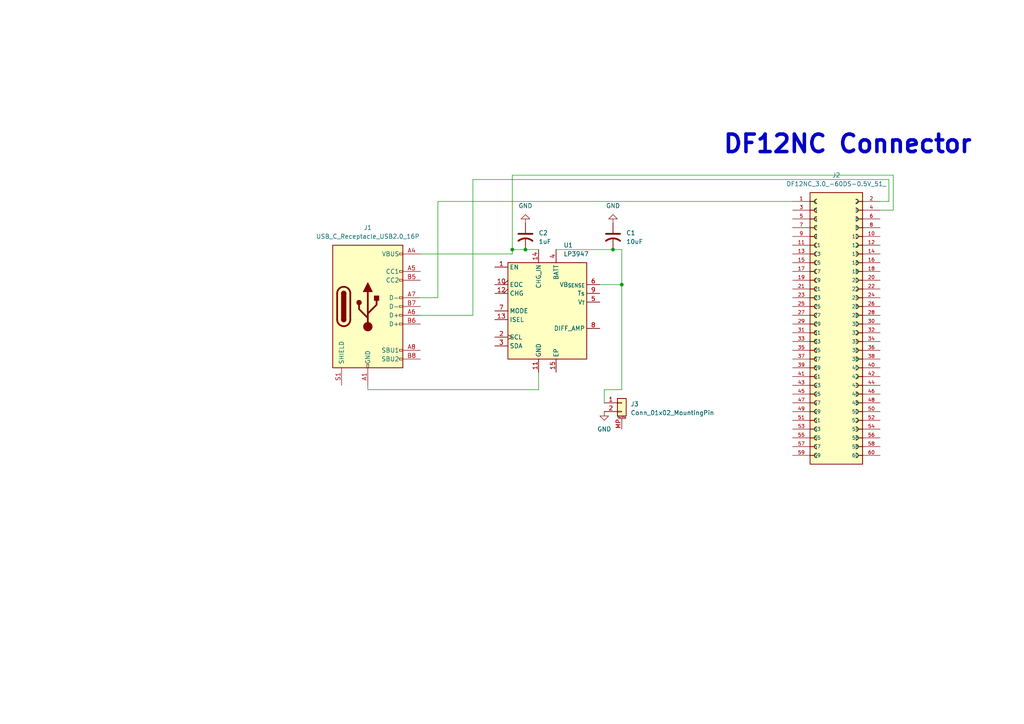
<source format=kicad_sch>
(kicad_sch (version 20250114) (generator "eeschema") (generator_version "9.0")
  (paper "A4")
  (lib_symbols
    (symbol "Battery_Management:LP3947"
      (property "Reference" "U" (at -12.7 17.78 0))
      (property "Value" "LP3947" (at -12.7 15.24 0))
      (symbol "LP3947_0_1"
        (rectangle (start -11.43 13.97) (end 11.43 -13.97) (stroke (width 0.254)) (fill (type background)))
      )
      (symbol "LP3947_1_1"
        (pin input line (at -15.24 12.7 0) (length 3.81) (name "EN") (number "1"))
        (pin open_collector output_low (at -15.24 7.62 0) (length 3.81) (name "EOC") (number "10"))
        (pin open_collector output_low (at -15.24 5.08 0) (length 3.81) (name "CHG") (number "12"))
        (pin input line (at -15.24 0 0) (length 3.81) (name "MODE") (number "7"))
        (pin input line (at -15.24 -2.54 0) (length 3.81) (name "ISEL") (number "13"))
        (pin input clock (at -15.24 -7.62 0) (length 3.81) (name "SCL") (number "2"))
        (pin bidirectional line (at -15.24 -10.16 0) (length 3.81) (name "SDA") (number "3"))
        (pin power_in line (at -2.54 17.78 270) (length 3.81) (name "CHG_IN") (number "14"))
        (pin power_in line (at -2.54 -17.78 90) (length 3.81) (name "GND") (number "11"))
        (pin power_out line (at 2.54 17.78 270) (length 3.81) (name "BATT") (number "4"))
        (pin power_in line (at 2.54 -17.78 90) (length 3.81) (name "EP") (number "15"))
        (pin input line (at 15.24 7.62 180) (length 3.81) (name "VB_{SENSE}") (number "6"))
        (pin input line (at 15.24 5.08 180) (length 3.81) (name "Ts") (number "9"))
        (pin power_out line (at 15.24 2.54 180) (length 3.81) (name "V_{T}") (number "5"))
        (pin output line (at 15.24 -5.08 180) (length 3.81) (name "DIFF_AMP") (number "8"))
      )
    )
    (symbol "Connector:USB_C_Receptacle_USB2.0_16P" (pin_names (offset 1.016))
      (property "Reference" "J" (at 0 22.225 0))
      (property "Value" "USB_C_Receptacle_USB2.0_16P" (at 0 19.685 0))
      (symbol "USB_C_Receptacle_USB2.0_16P_0_0"
        (rectangle (start -0.254 -17.78) (end 0.254 -16.764))
        (rectangle (start 10.16 15.494) (end 9.144 14.986))
        (rectangle (start 10.16 10.414) (end 9.144 9.906))
        (rectangle (start 10.16 7.874) (end 9.144 7.366))
        (rectangle (start 10.16 2.794) (end 9.144 2.286))
        (rectangle (start 10.16 0.254) (end 9.144 -0.254))
        (rectangle (start 10.16 -2.286) (end 9.144 -2.794))
        (rectangle (start 10.16 -4.826) (end 9.144 -5.334))
        (rectangle (start 10.16 -12.446) (end 9.144 -12.954))
        (rectangle (start 10.16 -14.986) (end 9.144 -15.494))
      )
      (symbol "USB_C_Receptacle_USB2.0_16P_0_1"
        (rectangle (start -10.16 17.78) (end 10.16 -17.78) (stroke (width 0.254)) (fill (type background)))
        (polyline (pts (xy -8.89 -3.81) (xy -8.89 3.81)) (stroke (width 0.508)))
        (rectangle (start -7.62 -3.81) (end -6.35 3.81) (stroke (width 0.254)) (fill (type outline)))
        (arc (start -7.62 3.81) (mid -6.985 4.4423) (end -6.35 3.81) (stroke (width 0.254)))
        (arc (start -7.62 3.81) (mid -6.985 4.4423) (end -6.35 3.81) (stroke (width 0.254)) (fill (type outline)))
        (arc (start -8.89 3.81) (mid -6.985 5.7067) (end -5.08 3.81) (stroke (width 0.508)))
        (arc (start -5.08 -3.81) (mid -6.985 -5.7067) (end -8.89 -3.81) (stroke (width 0.508)))
        (arc (start -6.35 -3.81) (mid -6.985 -4.4423) (end -7.62 -3.81) (stroke (width 0.254)))
        (arc (start -6.35 -3.81) (mid -6.985 -4.4423) (end -7.62 -3.81) (stroke (width 0.254)) (fill (type outline)))
        (polyline (pts (xy -5.08 3.81) (xy -5.08 -3.81)) (stroke (width 0.508)))
        (circle (center -2.54 1.143) (radius 0.635) (stroke (width 0.254)) (fill (type outline)))
        (polyline (pts (xy -1.27 4.318) (xy 0 6.858) (xy 1.27 4.318) (xy -1.27 4.318)) (stroke (width 0.254)) (fill (type outline)))
        (polyline (pts (xy 0 -2.032) (xy 2.54 0.508) (xy 2.54 1.778)) (stroke (width 0.508)))
        (polyline (pts (xy 0 -3.302) (xy -2.54 -0.762) (xy -2.54 0.508)) (stroke (width 0.508)))
        (polyline (pts (xy 0 -5.842) (xy 0 4.318)) (stroke (width 0.508)))
        (circle (center 0 -5.842) (radius 1.27) (fill (type outline)))
        (rectangle (start 1.905 1.778) (end 3.175 3.048) (stroke (width 0.254)) (fill (type outline)))
      )
      (symbol "USB_C_Receptacle_USB2.0_16P_1_1"
        (pin passive line (at -7.62 -22.86 90) (length 5.08) (name "SHIELD") (number "S1"))
        (pin passive line (at 0 -22.86 90) (length 5.08) (name "GND") (number "A1"))
        (pin passive line (at 0 -22.86 90) (length 5.08) (hide yes) (name "GND") (number "A12"))
        (pin passive line (at 0 -22.86 90) (length 5.08) (hide yes) (name "GND") (number "B1"))
        (pin passive line (at 0 -22.86 90) (length 5.08) (hide yes) (name "GND") (number "B12"))
        (pin passive line (at 15.24 15.24 180) (length 5.08) (name "VBUS") (number "A4"))
        (pin passive line (at 15.24 15.24 180) (length 5.08) (hide yes) (name "VBUS") (number "A9"))
        (pin passive line (at 15.24 15.24 180) (length 5.08) (hide yes) (name "VBUS") (number "B4"))
        (pin passive line (at 15.24 15.24 180) (length 5.08) (hide yes) (name "VBUS") (number "B9"))
        (pin bidirectional line (at 15.24 10.16 180) (length 5.08) (name "CC1") (number "A5"))
        (pin bidirectional line (at 15.24 7.62 180) (length 5.08) (name "CC2") (number "B5"))
        (pin bidirectional line (at 15.24 2.54 180) (length 5.08) (name "D-") (number "A7"))
        (pin bidirectional line (at 15.24 0 180) (length 5.08) (name "D-") (number "B7"))
        (pin bidirectional line (at 15.24 -2.54 180) (length 5.08) (name "D+") (number "A6"))
        (pin bidirectional line (at 15.24 -5.08 180) (length 5.08) (name "D+") (number "B6"))
        (pin bidirectional line (at 15.24 -12.7 180) (length 5.08) (name "SBU1") (number "A8"))
        (pin bidirectional line (at 15.24 -15.24 180) (length 5.08) (name "SBU2") (number "B8"))
      )
    )
    (symbol "Connector_Generic_MountingPin:Conn_01x02_MountingPin" (pin_names (offset 1.016) (hide yes))
      (property "Reference" "J" (at 0 2.54 0))
      (property "Value" "Conn_01x02_MountingPin" (at 1.27 -5.08 0))
      (symbol "Conn_01x02_MountingPin_1_1"
        (rectangle (start -1.27 1.27) (end 1.27 -3.81) (stroke (width 0.254)) (fill (type background)))
        (rectangle (start -1.27 0.127) (end 0 -0.127) (stroke (width 0.1524)))
        (rectangle (start -1.27 -2.413) (end 0 -2.667) (stroke (width 0.1524)))
        (polyline (pts (xy -1.016 -4.572) (xy 1.016 -4.572)) (stroke (width 0.1524)))
        (text "Mounting" (at 0 -4.191 0) (effects (font (size 0.381 0.381))))
        (pin passive line (at -5.08 0 0) (length 3.81) (name "Pin_1") (number "1"))
        (pin passive line (at -5.08 -2.54 0) (length 3.81) (name "Pin_2") (number "2"))
        (pin passive line (at 0 -7.62 90) (length 3.048) (name "MountPin") (number "MP"))
      )
    )
    (symbol "DF12NC_3.0_-60DS-0.5V_51_:DF12NC_3.0_-60DS-0.5V_51_" (pin_names (offset 1.016))
      (property "Reference" "J" (at -8.12 40.64 0))
      (property "Value" "DF12NC_3.0_-60DS-0.5V_51_" (at -7.62 -40.64 0))
      (symbol "DF12NC_3.0_-60DS-0.5V_51__0_0"
        (polyline (pts (xy -7.62 38.1) (xy -6.35 38.1)) (stroke (width 0.254)))
        (polyline (pts (xy -7.62 35.56) (xy -6.35 35.56)) (stroke (width 0.254)))
        (polyline (pts (xy -7.62 33.02) (xy -6.35 33.02)) (stroke (width 0.254)))
        (polyline (pts (xy -7.62 30.48) (xy -6.35 30.48)) (stroke (width 0.254)))
        (polyline (pts (xy -7.62 27.94) (xy -6.35 27.94)) (stroke (width 0.254)))
        (polyline (pts (xy -7.62 25.4) (xy -6.35 25.4)) (stroke (width 0.254)))
        (polyline (pts (xy -7.62 22.86) (xy -6.35 22.86)) (stroke (width 0.254)))
        (polyline (pts (xy -7.62 20.32) (xy -6.35 20.32)) (stroke (width 0.254)))
        (polyline (pts (xy -7.62 17.78) (xy -6.35 17.78)) (stroke (width 0.254)))
        (polyline (pts (xy -7.62 15.24) (xy -6.35 15.24)) (stroke (width 0.254)))
        (polyline (pts (xy -7.62 12.7) (xy -6.35 12.7)) (stroke (width 0.254)))
        (polyline (pts (xy -7.62 10.16) (xy -6.35 10.16)) (stroke (width 0.254)))
        (polyline (pts (xy -7.62 7.62) (xy -6.35 7.62)) (stroke (width 0.254)))
        (polyline (pts (xy -7.62 5.08) (xy -6.35 5.08)) (stroke (width 0.254)))
        (polyline (pts (xy -7.62 2.54) (xy -6.35 2.54)) (stroke (width 0.254)))
        (polyline (pts (xy -7.62 0) (xy -6.35 0)) (stroke (width 0.254)))
        (polyline (pts (xy -7.62 -2.54) (xy -6.35 -2.54)) (stroke (width 0.254)))
        (polyline (pts (xy -7.62 -5.08) (xy -6.35 -5.08)) (stroke (width 0.254)))
        (polyline (pts (xy -7.62 -7.62) (xy -6.35 -7.62)) (stroke (width 0.254)))
        (polyline (pts (xy -7.62 -10.16) (xy -6.35 -10.16)) (stroke (width 0.254)))
        (polyline (pts (xy -7.62 -12.7) (xy -6.35 -12.7)) (stroke (width 0.254)))
        (polyline (pts (xy -7.62 -15.24) (xy -6.35 -15.24)) (stroke (width 0.254)))
        (polyline (pts (xy -7.62 -17.78) (xy -6.35 -17.78)) (stroke (width 0.254)))
        (polyline (pts (xy -7.62 -20.32) (xy -6.35 -20.32)) (stroke (width 0.254)))
        (polyline (pts (xy -7.62 -22.86) (xy -6.35 -22.86)) (stroke (width 0.254)))
        (polyline (pts (xy -7.62 -25.4) (xy -6.35 -25.4)) (stroke (width 0.254)))
        (polyline (pts (xy -7.62 -27.94) (xy -6.35 -27.94)) (stroke (width 0.254)))
        (polyline (pts (xy -7.62 -30.48) (xy -6.35 -30.48)) (stroke (width 0.254)))
        (polyline (pts (xy -7.62 -33.02) (xy -6.35 -33.02)) (stroke (width 0.254)))
        (polyline (pts (xy -7.62 -35.56) (xy -6.35 -35.56)) (stroke (width 0.254)))
        (rectangle (start -7.62 -38.1) (end 7.62 40.64) (stroke (width 0.254)) (fill (type background)))
        (arc (start -5.715 37.465) (mid -6.3472 38.1) (end -5.715 38.735) (stroke (width 0.254)))
        (arc (start -5.715 34.925) (mid -6.3472 35.56) (end -5.715 36.195) (stroke (width 0.254)))
        (arc (start -5.715 32.385) (mid -6.3472 33.02) (end -5.715 33.655) (stroke (width 0.254)))
        (arc (start -5.715 29.845) (mid -6.3472 30.48) (end -5.715 31.115) (stroke (width 0.254)))
        (arc (start -5.715 27.305) (mid -6.3472 27.94) (end -5.715 28.575) (stroke (width 0.254)))
        (arc (start -5.715 24.765) (mid -6.3472 25.4) (end -5.715 26.035) (stroke (width 0.254)))
        (arc (start -5.715 22.225) (mid -6.3472 22.86) (end -5.715 23.495) (stroke (width 0.254)))
        (arc (start -5.715 19.685) (mid -6.3472 20.32) (end -5.715 20.955) (stroke (width 0.254)))
        (arc (start -5.715 17.145) (mid -6.3472 17.78) (end -5.715 18.415) (stroke (width 0.254)))
        (arc (start -5.715 14.605) (mid -6.3472 15.24) (end -5.715 15.875) (stroke (width 0.254)))
        (arc (start -5.715 12.065) (mid -6.3472 12.7) (end -5.715 13.335) (stroke (width 0.254)))
        (arc (start -5.715 9.525) (mid -6.3472 10.16) (end -5.715 10.795) (stroke (width 0.254)))
        (arc (start -5.715 6.985) (mid -6.3472 7.62) (end -5.715 8.255) (stroke (width 0.254)))
        (arc (start -5.715 4.445) (mid -6.3472 5.08) (end -5.715 5.715) (stroke (width 0.254)))
        (arc (start -5.715 1.905) (mid -6.3472 2.54) (end -5.715 3.175) (stroke (width 0.254)))
        (arc (start -5.715 -0.635) (mid -6.3472 0) (end -5.715 0.635) (stroke (width 0.254)))
        (arc (start -5.715 -3.175) (mid -6.3472 -2.54) (end -5.715 -1.905) (stroke (width 0.254)))
        (arc (start -5.715 -5.715) (mid -6.3472 -5.08) (end -5.715 -4.445) (stroke (width 0.254)))
        (arc (start -5.715 -8.255) (mid -6.3472 -7.62) (end -5.715 -6.985) (stroke (width 0.254)))
        (arc (start -5.715 -10.795) (mid -6.3472 -10.16) (end -5.715 -9.525) (stroke (width 0.254)))
        (arc (start -5.715 -13.335) (mid -6.3472 -12.7) (end -5.715 -12.065) (stroke (width 0.254)))
        (arc (start -5.715 -15.875) (mid -6.3472 -15.24) (end -5.715 -14.605) (stroke (width 0.254)))
        (arc (start -5.715 -18.415) (mid -6.3472 -17.78) (end -5.715 -17.145) (stroke (width 0.254)))
        (arc (start -5.715 -20.955) (mid -6.3472 -20.32) (end -5.715 -19.685) (stroke (width 0.254)))
        (arc (start -5.715 -23.495) (mid -6.3472 -22.86) (end -5.715 -22.225) (stroke (width 0.254)))
        (arc (start -5.715 -26.035) (mid -6.3472 -25.4) (end -5.715 -24.765) (stroke (width 0.254)))
        (arc (start -5.715 -28.575) (mid -6.3472 -27.94) (end -5.715 -27.305) (stroke (width 0.254)))
        (arc (start -5.715 -31.115) (mid -6.3472 -30.48) (end -5.715 -29.845) (stroke (width 0.254)))
        (arc (start -5.715 -33.655) (mid -6.3472 -33.02) (end -5.715 -32.385) (stroke (width 0.254)))
        (arc (start -5.715 -36.195) (mid -6.3472 -35.56) (end -5.715 -34.925) (stroke (width 0.254)))
        (arc (start 5.715 38.735) (mid 6.3472 38.1) (end 5.715 37.465) (stroke (width 0.254)))
        (arc (start 5.715 36.195) (mid 6.3472 35.56) (end 5.715 34.925) (stroke (width 0.254)))
        (arc (start 5.715 33.655) (mid 6.3472 33.02) (end 5.715 32.385) (stroke (width 0.254)))
        (arc (start 5.715 31.115) (mid 6.3472 30.48) (end 5.715 29.845) (stroke (width 0.254)))
        (arc (start 5.715 28.575) (mid 6.3472 27.94) (end 5.715 27.305) (stroke (width 0.254)))
        (arc (start 5.715 26.035) (mid 6.3472 25.4) (end 5.715 24.765) (stroke (width 0.254)))
        (arc (start 5.715 23.495) (mid 6.3472 22.86) (end 5.715 22.225) (stroke (width 0.254)))
        (arc (start 5.715 20.955) (mid 6.3472 20.32) (end 5.715 19.685) (stroke (width 0.254)))
        (arc (start 5.715 18.415) (mid 6.3472 17.78) (end 5.715 17.145) (stroke (width 0.254)))
        (arc (start 5.715 15.875) (mid 6.3472 15.24) (end 5.715 14.605) (stroke (width 0.254)))
        (arc (start 5.715 13.335) (mid 6.3472 12.7) (end 5.715 12.065) (stroke (width 0.254)))
        (arc (start 5.715 10.795) (mid 6.3472 10.16) (end 5.715 9.525) (stroke (width 0.254)))
        (arc (start 5.715 8.255) (mid 6.3472 7.62) (end 5.715 6.985) (stroke (width 0.254)))
        (arc (start 5.715 5.715) (mid 6.3472 5.08) (end 5.715 4.445) (stroke (width 0.254)))
        (arc (start 5.715 3.175) (mid 6.3472 2.54) (end 5.715 1.905) (stroke (width 0.254)))
        (arc (start 5.715 0.635) (mid 6.3472 0) (end 5.715 -0.635) (stroke (width 0.254)))
        (arc (start 5.715 -1.905) (mid 6.3472 -2.54) (end 5.715 -3.175) (stroke (width 0.254)))
        (arc (start 5.715 -4.445) (mid 6.3472 -5.08) (end 5.715 -5.715) (stroke (width 0.254)))
        (arc (start 5.715 -6.985) (mid 6.3472 -7.62) (end 5.715 -8.255) (stroke (width 0.254)))
        (arc (start 5.715 -9.525) (mid 6.3472 -10.16) (end 5.715 -10.795) (stroke (width 0.254)))
        (arc (start 5.715 -12.065) (mid 6.3472 -12.7) (end 5.715 -13.335) (stroke (width 0.254)))
        (arc (start 5.715 -14.605) (mid 6.3472 -15.24) (end 5.715 -15.875) (stroke (width 0.254)))
        (arc (start 5.715 -17.145) (mid 6.3472 -17.78) (end 5.715 -18.415) (stroke (width 0.254)))
        (arc (start 5.715 -19.685) (mid 6.3472 -20.32) (end 5.715 -20.955) (stroke (width 0.254)))
        (arc (start 5.715 -22.225) (mid 6.3472 -22.86) (end 5.715 -23.495) (stroke (width 0.254)))
        (arc (start 5.715 -24.765) (mid 6.3472 -25.4) (end 5.715 -26.035) (stroke (width 0.254)))
        (arc (start 5.715 -27.305) (mid 6.3472 -27.94) (end 5.715 -28.575) (stroke (width 0.254)))
        (arc (start 5.715 -29.845) (mid 6.3472 -30.48) (end 5.715 -31.115) (stroke (width 0.254)))
        (arc (start 5.715 -32.385) (mid 6.3472 -33.02) (end 5.715 -33.655) (stroke (width 0.254)))
        (arc (start 5.715 -34.925) (mid 6.3472 -35.56) (end 5.715 -36.195) (stroke (width 0.254)))
        (polyline (pts (xy 7.62 38.1) (xy 6.35 38.1)) (stroke (width 0.254)))
        (polyline (pts (xy 7.62 35.56) (xy 6.35 35.56)) (stroke (width 0.254)))
        (polyline (pts (xy 7.62 33.02) (xy 6.35 33.02)) (stroke (width 0.254)))
        (polyline (pts (xy 7.62 30.48) (xy 6.35 30.48)) (stroke (width 0.254)))
        (polyline (pts (xy 7.62 27.94) (xy 6.35 27.94)) (stroke (width 0.254)))
        (polyline (pts (xy 7.62 25.4) (xy 6.35 25.4)) (stroke (width 0.254)))
        (polyline (pts (xy 7.62 22.86) (xy 6.35 22.86)) (stroke (width 0.254)))
        (polyline (pts (xy 7.62 20.32) (xy 6.35 20.32)) (stroke (width 0.254)))
        (polyline (pts (xy 7.62 17.78) (xy 6.35 17.78)) (stroke (width 0.254)))
        (polyline (pts (xy 7.62 15.24) (xy 6.35 15.24)) (stroke (width 0.254)))
        (polyline (pts (xy 7.62 12.7) (xy 6.35 12.7)) (stroke (width 0.254)))
        (polyline (pts (xy 7.62 10.16) (xy 6.35 10.16)) (stroke (width 0.254)))
        (polyline (pts (xy 7.62 7.62) (xy 6.35 7.62)) (stroke (width 0.254)))
        (polyline (pts (xy 7.62 5.08) (xy 6.35 5.08)) (stroke (width 0.254)))
        (polyline (pts (xy 7.62 2.54) (xy 6.35 2.54)) (stroke (width 0.254)))
        (polyline (pts (xy 7.62 0) (xy 6.35 0)) (stroke (width 0.254)))
        (polyline (pts (xy 7.62 -2.54) (xy 6.35 -2.54)) (stroke (width 0.254)))
        (polyline (pts (xy 7.62 -5.08) (xy 6.35 -5.08)) (stroke (width 0.254)))
        (polyline (pts (xy 7.62 -7.62) (xy 6.35 -7.62)) (stroke (width 0.254)))
        (polyline (pts (xy 7.62 -10.16) (xy 6.35 -10.16)) (stroke (width 0.254)))
        (polyline (pts (xy 7.62 -12.7) (xy 6.35 -12.7)) (stroke (width 0.254)))
        (polyline (pts (xy 7.62 -15.24) (xy 6.35 -15.24)) (stroke (width 0.254)))
        (polyline (pts (xy 7.62 -17.78) (xy 6.35 -17.78)) (stroke (width 0.254)))
        (polyline (pts (xy 7.62 -20.32) (xy 6.35 -20.32)) (stroke (width 0.254)))
        (polyline (pts (xy 7.62 -22.86) (xy 6.35 -22.86)) (stroke (width 0.254)))
        (polyline (pts (xy 7.62 -25.4) (xy 6.35 -25.4)) (stroke (width 0.254)))
        (polyline (pts (xy 7.62 -27.94) (xy 6.35 -27.94)) (stroke (width 0.254)))
        (polyline (pts (xy 7.62 -30.48) (xy 6.35 -30.48)) (stroke (width 0.254)))
        (polyline (pts (xy 7.62 -33.02) (xy 6.35 -33.02)) (stroke (width 0.254)))
        (polyline (pts (xy 7.62 -35.56) (xy 6.35 -35.56)) (stroke (width 0.254)))
        (pin passive line (at -12.7 38.1 0) (length 5.08) (name "1") (number "1"))
        (pin passive line (at -12.7 35.56 0) (length 5.08) (name "3") (number "3"))
        (pin passive line (at -12.7 33.02 0) (length 5.08) (name "5") (number "5"))
        (pin passive line (at -12.7 30.48 0) (length 5.08) (name "7") (number "7"))
        (pin passive line (at -12.7 27.94 0) (length 5.08) (name "9") (number "9"))
        (pin passive line (at -12.7 25.4 0) (length 5.08) (name "11") (number "11"))
        (pin passive line (at -12.7 22.86 0) (length 5.08) (name "13") (number "13"))
        (pin passive line (at -12.7 20.32 0) (length 5.08) (name "15") (number "15"))
        (pin passive line (at -12.7 17.78 0) (length 5.08) (name "17") (number "17"))
        (pin passive line (at -12.7 15.24 0) (length 5.08) (name "19") (number "19"))
        (pin passive line (at -12.7 12.7 0) (length 5.08) (name "21") (number "21"))
        (pin passive line (at -12.7 10.16 0) (length 5.08) (name "23") (number "23"))
        (pin passive line (at -12.7 7.62 0) (length 5.08) (name "25") (number "25"))
        (pin passive line (at -12.7 5.08 0) (length 5.08) (name "27") (number "27"))
        (pin passive line (at -12.7 2.54 0) (length 5.08) (name "29") (number "29"))
        (pin passive line (at -12.7 0 0) (length 5.08) (name "31") (number "31"))
        (pin passive line (at -12.7 -2.54 0) (length 5.08) (name "33") (number "33"))
        (pin passive line (at -12.7 -5.08 0) (length 5.08) (name "35") (number "35"))
        (pin passive line (at -12.7 -7.62 0) (length 5.08) (name "37") (number "37"))
        (pin passive line (at -12.7 -10.16 0) (length 5.08) (name "39") (number "39"))
        (pin passive line (at -12.7 -12.7 0) (length 5.08) (name "41") (number "41"))
        (pin passive line (at -12.7 -15.24 0) (length 5.08) (name "43") (number "43"))
        (pin passive line (at -12.7 -17.78 0) (length 5.08) (name "45") (number "45"))
        (pin passive line (at -12.7 -20.32 0) (length 5.08) (name "47") (number "47"))
        (pin passive line (at -12.7 -22.86 0) (length 5.08) (name "49") (number "49"))
        (pin passive line (at -12.7 -25.4 0) (length 5.08) (name "51") (number "51"))
        (pin passive line (at -12.7 -27.94 0) (length 5.08) (name "53") (number "53"))
        (pin passive line (at -12.7 -30.48 0) (length 5.08) (name "55") (number "55"))
        (pin passive line (at -12.7 -33.02 0) (length 5.08) (name "57") (number "57"))
        (pin passive line (at -12.7 -35.56 0) (length 5.08) (name "59") (number "59"))
        (pin passive line (at 12.7 38.1 180) (length 5.08) (name "2") (number "2"))
        (pin passive line (at 12.7 35.56 180) (length 5.08) (name "4") (number "4"))
        (pin passive line (at 12.7 33.02 180) (length 5.08) (name "6") (number "6"))
        (pin passive line (at 12.7 30.48 180) (length 5.08) (name "8") (number "8"))
        (pin passive line (at 12.7 27.94 180) (length 5.08) (name "10") (number "10"))
        (pin passive line (at 12.7 25.4 180) (length 5.08) (name "12") (number "12"))
        (pin passive line (at 12.7 22.86 180) (length 5.08) (name "14") (number "14"))
        (pin passive line (at 12.7 20.32 180) (length 5.08) (name "16") (number "16"))
        (pin passive line (at 12.7 17.78 180) (length 5.08) (name "18") (number "18"))
        (pin passive line (at 12.7 15.24 180) (length 5.08) (name "20") (number "20"))
        (pin passive line (at 12.7 12.7 180) (length 5.08) (name "22") (number "22"))
        (pin passive line (at 12.7 10.16 180) (length 5.08) (name "24") (number "24"))
        (pin passive line (at 12.7 7.62 180) (length 5.08) (name "26") (number "26"))
        (pin passive line (at 12.7 5.08 180) (length 5.08) (name "28") (number "28"))
        (pin passive line (at 12.7 2.54 180) (length 5.08) (name "30") (number "30"))
        (pin passive line (at 12.7 0 180) (length 5.08) (name "32") (number "32"))
        (pin passive line (at 12.7 -2.54 180) (length 5.08) (name "34") (number "34"))
        (pin passive line (at 12.7 -5.08 180) (length 5.08) (name "36") (number "36"))
        (pin passive line (at 12.7 -7.62 180) (length 5.08) (name "38") (number "38"))
        (pin passive line (at 12.7 -10.16 180) (length 5.08) (name "40") (number "40"))
        (pin passive line (at 12.7 -12.7 180) (length 5.08) (name "42") (number "42"))
        (pin passive line (at 12.7 -15.24 180) (length 5.08) (name "44") (number "44"))
        (pin passive line (at 12.7 -17.78 180) (length 5.08) (name "46") (number "46"))
        (pin passive line (at 12.7 -20.32 180) (length 5.08) (name "48") (number "48"))
        (pin passive line (at 12.7 -22.86 180) (length 5.08) (name "50") (number "50"))
        (pin passive line (at 12.7 -25.4 180) (length 5.08) (name "52") (number "52"))
        (pin passive line (at 12.7 -27.94 180) (length 5.08) (name "54") (number "54"))
        (pin passive line (at 12.7 -30.48 180) (length 5.08) (name "56") (number "56"))
        (pin passive line (at 12.7 -33.02 180) (length 5.08) (name "58") (number "58"))
        (pin passive line (at 12.7 -35.56 180) (length 5.08) (name "60") (number "60"))
      )
    )
    (symbol "Device:C_US" (pin_numbers (hide yes)) (pin_names (offset 0.254) (hide yes))
      (property "Reference" "C" (at 0.635 2.54 0))
      (property "Value" "C_US" (at 0.635 -2.54 0))
      (symbol "C_US_0_1"
        (polyline (pts (xy -2.032 0.762) (xy 2.032 0.762)) (stroke (width 0.508)))
        (arc (start -2.032 -1.27) (mid 0 -0.5572) (end 2.032 -1.27) (stroke (width 0.508)))
      )
      (symbol "C_US_1_1"
        (pin passive line (at 0 3.81 270) (length 2.794) (name "~") (number "1"))
        (pin passive line (at 0 -3.81 90) (length 3.302) (name "~") (number "2"))
      )
    )
    (symbol "power:GND" (power) (pin_numbers (hide yes)) (pin_names (offset 0) (hide yes))
      (property "Value" "GND" (at 0 -3.81 0))
      (symbol "GND_0_1"
        (polyline (pts (xy 0 0) (xy 0 -1.27) (xy 1.27 -1.27) (xy 0 -2.54) (xy -1.27 -1.27) (xy 0 -1.27)))
      )
      (symbol "GND_1_1"
        (pin power_in line (at 0 0 270) (length 0) (name "~") (number "1"))
      )
    )
  )
  (text "DF12NC Connector" (at 245.872 41.91 0) (effects (font (size 5.08 5.08) (thickness 1.016) (bold yes))))
  (junction (at 177.8 72.39))
  (junction (at 180.34 82.55))
  (junction (at 152.4 72.39))
  (junction (at 148.59 72.39))
  (wire (pts (xy 121.92 73.66) (xy 148.59 73.66)))
  (wire (pts (xy 229.87 58.42) (xy 127 58.42)))
  (wire (pts (xy 148.59 72.39) (xy 152.4 72.39)))
  (wire (pts (xy 177.8 72.39) (xy 180.34 72.39)))
  (wire (pts (xy 180.34 82.55) (xy 180.34 113.03)))
  (wire (pts (xy 257.81 58.42) (xy 255.27 58.42)))
  (wire (pts (xy 259.08 60.96) (xy 255.27 60.96)))
  (wire (pts (xy 148.59 50.8) (xy 259.08 50.8)))
  (wire (pts (xy 259.08 50.8) (xy 259.08 60.96)))
  (wire (pts (xy 137.16 91.44) (xy 137.16 52.07)))
  (wire (pts (xy 180.34 72.39) (xy 180.34 82.55)))
  (wire (pts (xy 121.92 91.44) (xy 137.16 91.44)))
  (wire (pts (xy 106.68 113.03) (xy 106.68 111.76)))
  (wire (pts (xy 137.16 52.07) (xy 257.81 52.07)))
  (wire (pts (xy 148.59 73.66) (xy 148.59 72.39)))
  (wire (pts (xy 257.81 52.07) (xy 257.81 58.42)))
  (wire (pts (xy 148.59 72.39) (xy 148.59 50.8)))
  (wire (pts (xy 127 86.36) (xy 121.92 86.36)))
  (wire (pts (xy 173.99 82.55) (xy 180.34 82.55)))
  (wire (pts (xy 180.34 113.03) (xy 175.26 113.03)))
  (wire (pts (xy 152.4 72.39) (xy 156.21 72.39)))
  (wire (pts (xy 156.21 113.03) (xy 156.21 107.95)))
  (wire (pts (xy 127 58.42) (xy 127 86.36)))
  (wire (pts (xy 161.29 72.39) (xy 177.8 72.39)))
  (wire (pts (xy 175.26 113.03) (xy 175.26 116.84)))
  (wire (pts (xy 106.68 113.03) (xy 156.21 113.03)))
  (symbol (lib_id "Device:C_US") (at 152.4 68.58 0) (unit 1)
    (property "Reference" "C2" (at 156.21 67.5639 0) (effects (justify left)))
    (property "Value" "1uF" (at 156.21 70.1039 0) (effects (justify left)))
    (property "Footprint" "Capacitor_SMD:C_0603_1608Metric" (effects (hide yes)))
    (property "Description" "capacitor, US symbol" (effects (hide yes)))
  )
  (symbol (lib_id "Battery_Management:LP3947") (at 158.75 90.17 0) (unit 1)
    (property "Reference" "U1" (at 163.4333 71.12 0) (effects (justify left)))
    (property "Value" "LP3947" (at 163.4333 73.66 0) (effects (justify left)))
    (property "Footprint" "Package_SON:WSON-14-1EP_4.0x4.0mm_P0.5mm_EP2.6x2.6mm" (effects (hide yes)))
    (property "Datasheet" "http://www.ti.com/lit/ds/symlink/lp3947.pdf" (effects (hide yes)))
    (property "Description" "Single Cell Li-Ion LDO Battery Charger IC, Up to 1A, Support USB charging scheme" (effects (hide yes)))
  )
  (symbol (lib_id "Connector_Generic_MountingPin:Conn_01x02_MountingPin") (at 180.34 116.84 0) (unit 1)
    (property "Reference" "J3" (at 182.88 117.1955 0) (effects (justify left)))
    (property "Value" "Conn_01x02_MountingPin" (at 182.88 119.7355 0) (effects (justify left)))
    (property "Footprint" "Connector_PinHeader_1.00mm:PinHeader_1x02_P1.00mm_Vertical_SMD_Pin1Left" (effects (hide yes)))
    (property "Description" "Generic connectable mounting pin connector, single row, 01x02, script generated (kicad-library-utils/schlib/autogen/connector/)" (effects (hide yes)))
  )
  (symbol (lib_id "power:GND") (at 177.8 64.77 180) (unit 1)
    (property "Reference" "#PWR02" (effects (hide yes)))
    (property "Value" "GND" (at 177.8 59.69 0))
    (property "Description" "Power symbol creates a global label with name \"GND\" , ground" (effects (hide yes)))
  )
  (symbol (lib_id "DF12NC_3.0_-60DS-0.5V_51_:DF12NC_3.0_-60DS-0.5V_51_") (at 242.57 96.52 0) (unit 1)
    (property "Reference" "J2" (at 242.57 50.8 0))
    (property "Value" "DF12NC_3.0_-60DS-0.5V_51_" (at 242.57 53.34 0))
    (property "Footprint" "Connector_Hirose:Hirose_DF12_DF12E3.0-60DP-0.5V_2x30_P0.50mm_Vertical" (effects (hide yes)))
    (property "MF" "Hirose" (effects (hide yes)))
    (property "Description_1" "60 Position Connector Receptacle, Center Strip Contacts Surface Mount Gold" (effects (hide yes)))
    (property "Package" "None" (effects (hide yes)))
    (property "Price" "None" (effects (hide yes)))
    (property "Check_prices" "https://www.snapeda.com/parts/DF12NC(3.0)-60DS-0.5V(51)/Hirose/view-part/?ref=eda" (effects (hide yes)))
    (property "SnapEDA_Link" "https://www.snapeda.com/parts/DF12NC(3.0)-60DS-0.5V(51)/Hirose/view-part/?ref=snap" (effects (hide yes)))
    (property "MP" "DF12NC(3.0)-60DS-0.5V(51)" (effects (hide yes)))
    (property "Availability" "In Stock" (effects (hide yes)))
    (property "MANUFACTURER" "HRS" (effects (hide yes)))
  )
  (symbol (lib_id "power:GND") (at 152.4 64.77 180) (unit 1)
    (property "Reference" "#PWR03" (effects (hide yes)))
    (property "Value" "GND" (at 152.4 59.69 0))
    (property "Description" "Power symbol creates a global label with name \"GND\" , ground" (effects (hide yes)))
  )
  (symbol (lib_id "power:GND") (at 175.26 119.38 0) (unit 1)
    (property "Reference" "#PWR01" (effects (hide yes)))
    (property "Value" "GND" (at 175.26 124.46 0))
    (property "Description" "Power symbol creates a global label with name \"GND\" , ground" (effects (hide yes)))
  )
  (symbol (lib_id "Connector:USB_C_Receptacle_USB2.0_16P") (at 106.68 88.9 0) (unit 1)
    (property "Reference" "J1" (at 106.68 66.04 0))
    (property "Value" "USB_C_Receptacle_USB2.0_16P" (at 106.68 68.58 0))
    (property "Footprint" "Connector_USB:USB_C_Receptacle_GCT_USB4105-xx-A_16P_TopMnt_Horizontal" (effects (hide yes)))
    (property "Datasheet" "https://www.usb.org/sites/default/files/documents/usb_type-c.zip" (effects (hide yes)))
    (property "Description" "USB 2.0-only 16P Type-C Receptacle connector" (effects (hide yes)))
  )
  (symbol (lib_id "Device:C_US") (at 177.8 68.58 0) (unit 1)
    (property "Reference" "C1" (at 181.61 67.5639 0) (effects (justify left)))
    (property "Value" "10uF" (at 181.61 70.1039 0) (effects (justify left)))
    (property "Footprint" "Capacitor_SMD:C_0603_1608Metric" (effects (hide yes)))
    (property "Description" "capacitor, US symbol" (effects (hide yes)))
  )
)
</source>
